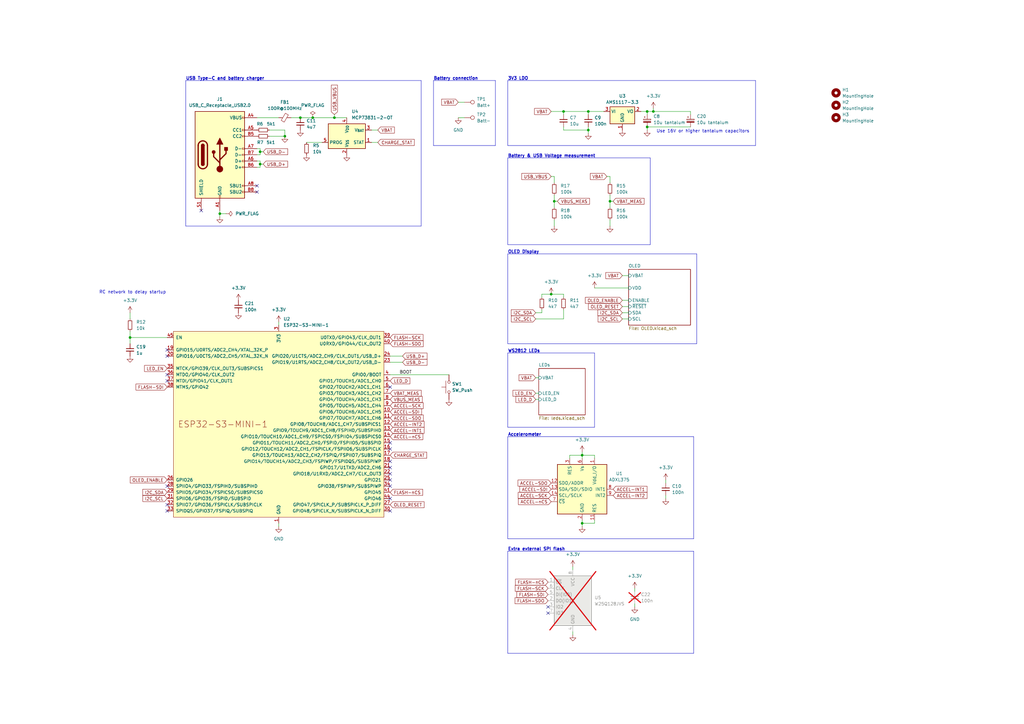
<source format=kicad_sch>
(kicad_sch (version 20230121) (generator eeschema)
  (paper "A3")
  (lib_symbols
    (symbol "Battery_Management:MCP73831-2-OT"
      (property "Reference" "U" (at -7.62 6.35 0))
      (property "Value" "MCP73831-2-OT" (at 1.27 6.35 0))
      (symbol "MCP73831-2-OT_0_1"
        (rectangle (start -7.62 5.08) (end 7.62 -5.08) (stroke (width 0.254)) (fill (type background)))
      )
      (symbol "MCP73831-2-OT_1_1"
        (pin output line (at 10.16 -2.54 180) (length 2.54) (name "STAT") (number "1"))
        (pin power_in line (at 0 -7.62 90) (length 2.54) (name "V_{SS}") (number "2"))
        (pin power_out line (at 10.16 2.54 180) (length 2.54) (name "V_{BAT}") (number "3"))
        (pin power_in line (at 0 7.62 270) (length 2.54) (name "V_{DD}") (number "4"))
        (pin input line (at -10.16 -2.54 0) (length 2.54) (name "PROG") (number "5"))
      )
    )
    (symbol "Connector:TestPoint" (pin_numbers hide) (pin_names (offset 0.762) hide)
      (property "Reference" "TP" (at 0 6.858 0))
      (property "Value" "TestPoint" (at 0 5.08 0))
      (symbol "TestPoint_0_1"
        (circle (center 0 3.302) (radius 0.762))
      )
      (symbol "TestPoint_1_1"
        (pin passive line (at 0 0 90) (length 2.54) (name "1") (number "1"))
      )
    )
    (symbol "Connector:USB_C_Receptacle_USB2.0" (pin_names (offset 1.016))
      (property "Reference" "J" (at -10.16 19.05 0))
      (property "Value" "USB_C_Receptacle_USB2.0" (at 19.05 19.05 0))
      (symbol "USB_C_Receptacle_USB2.0_0_0"
        (rectangle (start -0.254 -17.78) (end 0.254 -16.764))
        (rectangle (start 10.16 -14.986) (end 9.144 -15.494))
        (rectangle (start 10.16 -12.446) (end 9.144 -12.954))
        (rectangle (start 10.16 -4.826) (end 9.144 -5.334))
        (rectangle (start 10.16 -2.286) (end 9.144 -2.794))
        (rectangle (start 10.16 0.254) (end 9.144 -0.254))
        (rectangle (start 10.16 2.794) (end 9.144 2.286))
        (rectangle (start 10.16 7.874) (end 9.144 7.366))
        (rectangle (start 10.16 10.414) (end 9.144 9.906))
        (rectangle (start 10.16 15.494) (end 9.144 14.986))
      )
      (symbol "USB_C_Receptacle_USB2.0_0_1"
        (rectangle (start -10.16 17.78) (end 10.16 -17.78) (stroke (width 0.254)) (fill (type background)))
        (arc (start -8.89 -3.81) (mid -6.985 -5.7067) (end -5.08 -3.81) (stroke (width 0.508)))
        (arc (start -7.62 -3.81) (mid -6.985 -4.4423) (end -6.35 -3.81) (stroke (width 0.254)))
        (arc (start -7.62 -3.81) (mid -6.985 -4.4423) (end -6.35 -3.81) (stroke (width 0.254)) (fill (type outline)))
        (rectangle (start -7.62 -3.81) (end -6.35 3.81) (stroke (width 0.254)) (fill (type outline)))
        (arc (start -6.35 3.81) (mid -6.985 4.4423) (end -7.62 3.81) (stroke (width 0.254)))
        (arc (start -6.35 3.81) (mid -6.985 4.4423) (end -7.62 3.81) (stroke (width 0.254)) (fill (type outline)))
        (arc (start -5.08 3.81) (mid -6.985 5.7067) (end -8.89 3.81) (stroke (width 0.508)))
        (circle (center -2.54 1.143) (radius 0.635) (stroke (width 0.254)) (fill (type outline)))
        (circle (center 0 -5.842) (radius 1.27) (fill (type outline)))
        (polyline (pts (xy -8.89 -3.81) (xy -8.89 3.81)) (stroke (width 0.508)))
        (polyline (pts (xy -5.08 3.81) (xy -5.08 -3.81)) (stroke (width 0.508)))
        (polyline (pts (xy 0 -5.842) (xy 0 4.318)) (stroke (width 0.508)))
        (polyline (pts (xy 0 -3.302) (xy -2.54 -0.762) (xy -2.54 0.508)) (stroke (width 0.508)))
        (polyline (pts (xy 0 -2.032) (xy 2.54 0.508) (xy 2.54 1.778)) (stroke (width 0.508)))
        (polyline (pts (xy -1.27 4.318) (xy 0 6.858) (xy 1.27 4.318) (xy -1.27 4.318)) (stroke (width 0.254)) (fill (type outline)))
        (rectangle (start 1.905 1.778) (end 3.175 3.048) (stroke (width 0.254)) (fill (type outline)))
      )
      (symbol "USB_C_Receptacle_USB2.0_1_1"
        (pin passive line (at 0 -22.86 90) (length 5.08) (name "GND") (number "A1"))
        (pin passive line (at 0 -22.86 90) (length 5.08) hide (name "GND") (number "A12"))
        (pin passive line (at 15.24 15.24 180) (length 5.08) (name "VBUS") (number "A4"))
        (pin bidirectional line (at 15.24 10.16 180) (length 5.08) (name "CC1") (number "A5"))
        (pin bidirectional line (at 15.24 -2.54 180) (length 5.08) (name "D+") (number "A6"))
        (pin bidirectional line (at 15.24 2.54 180) (length 5.08) (name "D-") (number "A7"))
        (pin bidirectional line (at 15.24 -12.7 180) (length 5.08) (name "SBU1") (number "A8"))
        (pin passive line (at 15.24 15.24 180) (length 5.08) hide (name "VBUS") (number "A9"))
        (pin passive line (at 0 -22.86 90) (length 5.08) hide (name "GND") (number "B1"))
        (pin passive line (at 0 -22.86 90) (length 5.08) hide (name "GND") (number "B12"))
        (pin passive line (at 15.24 15.24 180) (length 5.08) hide (name "VBUS") (number "B4"))
        (pin bidirectional line (at 15.24 7.62 180) (length 5.08) (name "CC2") (number "B5"))
        (pin bidirectional line (at 15.24 -5.08 180) (length 5.08) (name "D+") (number "B6"))
        (pin bidirectional line (at 15.24 0 180) (length 5.08) (name "D-") (number "B7"))
        (pin bidirectional line (at 15.24 -15.24 180) (length 5.08) (name "SBU2") (number "B8"))
        (pin passive line (at 15.24 15.24 180) (length 5.08) hide (name "VBUS") (number "B9"))
        (pin passive line (at -7.62 -22.86 90) (length 5.08) (name "SHIELD") (number "S1"))
      )
    )
    (symbol "Device:C_Polarized_Small" (pin_numbers hide) (pin_names (offset 0.254) hide)
      (property "Reference" "C" (at 0.254 1.778 0))
      (property "Value" "C_Polarized_Small" (at 0.254 -2.032 0))
      (symbol "C_Polarized_Small_0_1"
        (rectangle (start -1.524 -0.3048) (end 1.524 -0.6858) (fill (type outline)))
        (rectangle (start -1.524 0.6858) (end 1.524 0.3048))
        (polyline (pts (xy -1.27 1.524) (xy -0.762 1.524)))
        (polyline (pts (xy -1.016 1.27) (xy -1.016 1.778)))
      )
      (symbol "C_Polarized_Small_1_1"
        (pin passive line (at 0 2.54 270) (length 1.8542) (name "~") (number "1"))
        (pin passive line (at 0 -2.54 90) (length 1.8542) (name "~") (number "2"))
      )
    )
    (symbol "Device:C_Small" (pin_numbers hide) (pin_names (offset 0.254) hide)
      (property "Reference" "C" (at 0.254 1.778 0))
      (property "Value" "C_Small" (at 0.254 -2.032 0))
      (symbol "C_Small_0_1"
        (polyline (pts (xy -1.524 -0.508) (xy 1.524 -0.508)) (stroke (width 0.3302)))
        (polyline (pts (xy -1.524 0.508) (xy 1.524 0.508)) (stroke (width 0.3048)))
      )
      (symbol "C_Small_1_1"
        (pin passive line (at 0 2.54 270) (length 2.032) (name "~") (number "1"))
        (pin passive line (at 0 -2.54 90) (length 2.032) (name "~") (number "2"))
      )
    )
    (symbol "Device:FerriteBead_Small" (pin_numbers hide) (pin_names (offset 0))
      (property "Reference" "FB" (at 1.905 1.27 0))
      (property "Value" "FerriteBead_Small" (at 1.905 -1.27 0))
      (symbol "FerriteBead_Small_0_1"
        (polyline (pts (xy 0 -1.27) (xy 0 -0.7874)))
        (polyline (pts (xy 0 0.889) (xy 0 1.2954)))
        (polyline (pts (xy -1.8288 0.2794) (xy -1.1176 1.4986) (xy 1.8288 -0.2032) (xy 1.1176 -1.4224) (xy -1.8288 0.2794)))
      )
      (symbol "FerriteBead_Small_1_1"
        (pin passive line (at 0 2.54 270) (length 1.27) (name "~") (number "1"))
        (pin passive line (at 0 -2.54 90) (length 1.27) (name "~") (number "2"))
      )
    )
    (symbol "Device:R_Small" (pin_numbers hide) (pin_names (offset 0.254) hide)
      (property "Reference" "R" (at 0.762 0.508 0))
      (property "Value" "R_Small" (at 0.762 -1.016 0))
      (symbol "R_Small_0_1"
        (rectangle (start -0.762 1.778) (end 0.762 -1.778) (stroke (width 0.2032)))
      )
      (symbol "R_Small_1_1"
        (pin passive line (at 0 2.54 270) (length 0.762) (name "~") (number "1"))
        (pin passive line (at 0 -2.54 90) (length 0.762) (name "~") (number "2"))
      )
    )
    (symbol "Espressif:ESP32-S3-MINI-1" (pin_names (offset 1.016))
      (property "Reference" "U" (at -43.18 43.18 0))
      (property "Value" "ESP32-S3-MINI-1" (at -43.18 40.64 0))
      (symbol "ESP32-S3-MINI-1_0_0"
        (text "ESP32-S3-MINI-1" (at -22.86 0 0) (effects (font (size 2.54 2.54))))
        (pin power_in line (at 0 -40.64 90) (length 2.54) (name "GND") (number "1"))
        (pin bidirectional line (at 45.72 5.08 180) (length 2.54) (name "GPIO6/TOUCH6/ADC1_CH5") (number "10"))
        (pin bidirectional line (at 45.72 2.54 180) (length 2.54) (name "GPIO7/TOUCH7/ADC1_CH6") (number "11"))
        (pin bidirectional line (at 45.72 0 180) (length 2.54) (name "GPIO8/TOUCH8/ADC1_CH7/SUBSPICS1") (number "12"))
        (pin bidirectional line (at 45.72 -2.54 180) (length 2.54) (name "GPIO9/TOUCH9/ADC1_CH8/FSPIHD/SUBSPIHD") (number "13"))
        (pin bidirectional line (at 45.72 -5.08 180) (length 2.54) (name "GPIO10/TOUCH10/ADC1_CH9/FSPICS0/FSPIIO4/SUBSPICS0") (number "14"))
        (pin bidirectional line (at 45.72 -7.62 180) (length 2.54) (name "GPIO11/TOUCH11/ADC2_CH0/FSPID/FSPIIO5/SUBSPID") (number "15"))
        (pin bidirectional line (at 45.72 -10.16 180) (length 2.54) (name "GPIO12/TOUCH12/ADC2_CH1/FSPICLK/FSPIIO6/SUBSPICLK") (number "16"))
        (pin bidirectional line (at 45.72 -12.7 180) (length 2.54) (name "GPIO13/TOUCH13/ADC2_CH2/FSPIQ/FSPIIO7/SUBSPIQ") (number "17"))
        (pin bidirectional line (at 45.72 -15.24 180) (length 2.54) (name "GPIO14/TOUCH14/ADC2_CH3/FSPIWP/FSPIDQS/SUBSPIWP") (number "18"))
        (pin bidirectional line (at -45.72 30.48 0) (length 2.54) (name "GPIO15/U0RTS/ADC2_CH4/XTAL_32K_P") (number "19"))
        (pin passive line (at 0 -40.64 90) (length 2.54) hide (name "GND") (number "2"))
        (pin bidirectional line (at -45.72 27.94 0) (length 2.54) (name "GPIO16/U0CTS/ADC2_CH5/XTAL_32K_N") (number "20"))
        (pin bidirectional line (at 45.72 -17.78 180) (length 2.54) (name "GPIO17/U1TXD/ADC2_CH6") (number "21"))
        (pin bidirectional line (at 45.72 -20.32 180) (length 2.54) (name "GPIO18/U1RXD/ADC2_CH7/CLK_OUT3") (number "22"))
        (pin bidirectional line (at 45.72 25.4 180) (length 2.54) (name "GPIO19/U1RTS/ADC2_CH8/CLK_OUT2/USB_D-") (number "23"))
        (pin bidirectional line (at 45.72 27.94 180) (length 2.54) (name "GPIO20/U1CTS/ADC2_CH9/CLK_OUT1/USB_D+") (number "24"))
        (pin bidirectional line (at 45.72 -22.86 180) (length 2.54) (name "GPIO21") (number "25"))
        (pin bidirectional line (at -45.72 -22.86 0) (length 2.54) (name "GPIO26") (number "26"))
        (pin bidirectional line (at 45.72 -33.02 180) (length 2.54) (name "GPIO47/SPICLK_P/SUBSPICLK_P_DIFF") (number "27"))
        (pin bidirectional line (at -45.72 -25.4 0) (length 2.54) (name "SPIIO4/GPIO33/FSPIHD/SUBSPIHD") (number "28"))
        (pin bidirectional line (at -45.72 -27.94 0) (length 2.54) (name "SPIIO5/GPIO34/FSPICS0/SUBSPICS0") (number "29"))
        (pin power_in line (at 0 40.64 270) (length 2.54) (name "3V3") (number "3"))
        (pin bidirectional line (at 45.72 -35.56 180) (length 2.54) (name "GPIO48/SPICLK_N/SUBSPICLK_N_DIFF") (number "30"))
        (pin bidirectional line (at -45.72 -30.48 0) (length 2.54) (name "SPIIO6/GPIO35/FSPID/SUBSPID") (number "31"))
        (pin bidirectional line (at -45.72 -33.02 0) (length 2.54) (name "SPIIO7/GPIO36/FSPICLK/SUBSPICLK") (number "32"))
        (pin bidirectional line (at -45.72 -35.56 0) (length 2.54) (name "SPIDQS/GPIO37/FSPIQ/SUBSPIQ") (number "33"))
        (pin bidirectional line (at 45.72 -25.4 180) (length 2.54) (name "GPIO38/FSPIWP/SUBSPIWP") (number "34"))
        (pin bidirectional line (at -45.72 22.86 0) (length 2.54) (name "MTCK/GPIO39/CLK_OUT3/SUBSPICS1") (number "35"))
        (pin bidirectional line (at -45.72 20.32 0) (length 2.54) (name "MTDO/GPIO40/CLK_OUT2") (number "36"))
        (pin bidirectional line (at -45.72 17.78 0) (length 2.54) (name "MTDI/GPIO41/CLK_OUT1") (number "37"))
        (pin bidirectional line (at -45.72 15.24 0) (length 2.54) (name "MTMS/GPIO42") (number "38"))
        (pin bidirectional line (at 45.72 35.56 180) (length 2.54) (name "U0TXD/GPIO43/CLK_OUT1") (number "39"))
        (pin bidirectional line (at 45.72 20.32 180) (length 2.54) (name "GPIO0/BOOT") (number "4"))
        (pin bidirectional line (at 45.72 33.02 180) (length 2.54) (name "U0RXD/GPIO44/CLK_OUT2") (number "40"))
        (pin bidirectional line (at 45.72 -27.94 180) (length 2.54) (name "GPIO45") (number "41"))
        (pin passive line (at 0 -40.64 90) (length 2.54) hide (name "GND") (number "42"))
        (pin passive line (at 0 -40.64 90) (length 2.54) hide (name "GND") (number "43"))
        (pin bidirectional line (at 45.72 -30.48 180) (length 2.54) (name "GPIO46") (number "44"))
        (pin input line (at -45.72 35.56 0) (length 2.54) (name "EN") (number "45"))
        (pin passive line (at 0 -40.64 90) (length 2.54) hide (name "GND") (number "46"))
        (pin passive line (at 0 -40.64 90) (length 2.54) hide (name "GND") (number "47"))
        (pin passive line (at 0 -40.64 90) (length 2.54) hide (name "GND") (number "48"))
        (pin passive line (at 0 -40.64 90) (length 2.54) hide (name "GND") (number "49"))
        (pin bidirectional line (at 45.72 17.78 180) (length 2.54) (name "GPIO1/TOUCH1/ADC1_CH0") (number "5"))
        (pin passive line (at 0 -40.64 90) (length 2.54) hide (name "GND") (number "50"))
        (pin passive line (at 0 -40.64 90) (length 2.54) hide (name "GND") (number "51"))
        (pin passive line (at 0 -40.64 90) (length 2.54) hide (name "GND") (number "52"))
        (pin passive line (at 0 -40.64 90) (length 2.54) hide (name "GND") (number "53"))
        (pin passive line (at 0 -40.64 90) (length 2.54) hide (name "GND") (number "54"))
        (pin passive line (at 0 -40.64 90) (length 2.54) hide (name "GND") (number "55"))
        (pin passive line (at 0 -40.64 90) (length 2.54) hide (name "GND") (number "56"))
        (pin passive line (at 0 -40.64 90) (length 2.54) hide (name "GND") (number "57"))
        (pin passive line (at 0 -40.64 90) (length 2.54) hide (name "GND") (number "58"))
        (pin passive line (at 0 -40.64 90) (length 2.54) hide (name "GND") (number "59"))
        (pin bidirectional line (at 45.72 15.24 180) (length 2.54) (name "GPIO2/TOUCH2/ADC1_CH1") (number "6"))
        (pin passive line (at 0 -40.64 90) (length 2.54) hide (name "GND") (number "60"))
        (pin passive line (at 0 -40.64 90) (length 2.54) hide (name "GND") (number "61"))
        (pin passive line (at 0 -40.64 90) (length 2.54) hide (name "GND") (number "62"))
        (pin passive line (at 0 -40.64 90) (length 2.54) hide (name "GND") (number "63"))
        (pin passive line (at 0 -40.64 90) (length 2.54) hide (name "GND") (number "64"))
        (pin passive line (at 0 -40.64 90) (length 2.54) hide (name "GND") (number "65"))
        (pin bidirectional line (at 45.72 12.7 180) (length 2.54) (name "GPIO3/TOUCH3/ADC1_CH2") (number "7"))
        (pin bidirectional line (at 45.72 10.16 180) (length 2.54) (name "GPIO4/TOUCH4/ADC1_CH3") (number "8"))
        (pin bidirectional line (at 45.72 7.62 180) (length 2.54) (name "GPIO5/TOUCH5/ADC1_CH4") (number "9"))
      )
      (symbol "ESP32-S3-MINI-1_0_1"
        (rectangle (start -43.18 38.1) (end 43.18 -38.1) (fill (type background)))
      )
    )
    (symbol "Mechanical:MountingHole" (pin_names (offset 1.016))
      (property "Reference" "H" (at 0 5.08 0))
      (property "Value" "MountingHole" (at 0 3.175 0))
      (symbol "MountingHole_0_1"
        (circle (center 0 0) (radius 1.27) (stroke (width 1.27)))
      )
    )
    (symbol "Memory_Flash:W25Q128JVS"
      (property "Reference" "U" (at -8.89 8.89 0))
      (property "Value" "W25Q128JVS" (at 7.62 8.89 0))
      (symbol "W25Q128JVS_0_1"
        (rectangle (start -7.62 10.16) (end 7.62 -10.16) (stroke (width 0.254)) (fill (type background)))
      )
      (symbol "W25Q128JVS_1_1"
        (pin input line (at -10.16 7.62 0) (length 2.54) (name "~{CS}") (number "1"))
        (pin bidirectional line (at -10.16 0 0) (length 2.54) (name "DO(IO1)") (number "2"))
        (pin bidirectional line (at -10.16 -2.54 0) (length 2.54) (name "IO2") (number "3"))
        (pin power_in line (at 0 -12.7 90) (length 2.54) (name "GND") (number "4"))
        (pin bidirectional line (at -10.16 2.54 0) (length 2.54) (name "DI(IO0)") (number "5"))
        (pin input line (at -10.16 5.08 0) (length 2.54) (name "CLK") (number "6"))
        (pin bidirectional line (at -10.16 -5.08 0) (length 2.54) (name "IO3") (number "7"))
        (pin power_in line (at 0 12.7 270) (length 2.54) (name "VCC") (number "8"))
      )
    )
    (symbol "Regulator_Linear:AMS1117-3.3"
      (property "Reference" "U" (at -3.81 3.175 0))
      (property "Value" "AMS1117-3.3" (at 0 3.175 0))
      (symbol "AMS1117-3.3_0_1"
        (rectangle (start -5.08 -5.08) (end 5.08 1.905) (stroke (width 0.254)) (fill (type background)))
      )
      (symbol "AMS1117-3.3_1_1"
        (pin power_in line (at 0 -7.62 90) (length 2.54) (name "GND") (number "1"))
        (pin power_out line (at 7.62 0 180) (length 2.54) (name "VO") (number "2"))
        (pin power_in line (at -7.62 0 0) (length 2.54) (name "VI") (number "3"))
      )
    )
    (symbol "Sensor_Motion:ADXL343"
      (property "Reference" "U" (at -8.89 11.43 0))
      (property "Value" "ADXL343" (at -7.62 -11.43 0))
      (symbol "ADXL343_0_1"
        (rectangle (start -10.16 10.16) (end 10.16 -10.16) (stroke (width 0.254)) (fill (type background)))
      )
      (symbol "ADXL343_1_1"
        (pin power_in line (at 5.08 12.7 270) (length 2.54) (name "Vdd_I/O") (number "1"))
        (pin no_connect line (at -5.08 -10.16 90) (length 2.54) hide (name "NC") (number "10"))
        (pin passive line (at 5.08 -12.7 90) (length 2.54) (name "RES") (number "11"))
        (pin bidirectional line (at -12.7 2.54 0) (length 2.54) (name "SDO/ADDR") (number "12"))
        (pin bidirectional line (at -12.7 0 0) (length 2.54) (name "SDA/SDI/SDIO") (number "13"))
        (pin input line (at -12.7 -2.54 0) (length 2.54) (name "SCL/SCLK") (number "14"))
        (pin power_in line (at 0 -12.7 90) (length 2.54) (name "GND") (number "2"))
        (pin passive line (at -5.08 12.7 270) (length 2.54) (name "RES") (number "3"))
        (pin passive line (at 0 -12.7 90) (length 2.54) hide (name "GND") (number "4"))
        (pin passive line (at 0 -12.7 90) (length 2.54) hide (name "GND") (number "5"))
        (pin power_in line (at 0 12.7 270) (length 2.54) (name "Vs") (number "6"))
        (pin input line (at -12.7 -5.08 0) (length 2.54) (name "~{CS}") (number "7"))
        (pin output line (at 12.7 0 180) (length 2.54) (name "INT1") (number "8"))
        (pin output line (at 12.7 -2.54 180) (length 2.54) (name "INT2") (number "9"))
      )
    )
    (symbol "Switch:SW_Push" (pin_numbers hide) (pin_names (offset 1.016) hide)
      (property "Reference" "SW" (at 1.27 2.54 0))
      (property "Value" "SW_Push" (at 0 -1.524 0))
      (symbol "SW_Push_0_1"
        (circle (center -2.032 0) (radius 0.508))
        (polyline (pts (xy 0 1.27) (xy 0 3.048)))
        (polyline (pts (xy 2.54 1.27) (xy -2.54 1.27)))
        (circle (center 2.032 0) (radius 0.508))
        (pin passive line (at -5.08 0 0) (length 2.54) (name "1") (number "1"))
        (pin passive line (at 5.08 0 180) (length 2.54) (name "2") (number "2"))
      )
    )
    (symbol "power:+3.3V" (power) (pin_names (offset 0))
      (property "Value" "+3.3V" (at 0 3.556 0))
      (symbol "+3.3V_0_1"
        (polyline (pts (xy -0.762 1.27) (xy 0 2.54)))
        (polyline (pts (xy 0 0) (xy 0 2.54)))
        (polyline (pts (xy 0 2.54) (xy 0.762 1.27)))
      )
      (symbol "+3.3V_1_1"
        (pin power_in line (at 0 0 90) (length 0) hide (name "+3.3V") (number "1"))
      )
    )
    (symbol "power:GND" (power) (pin_names (offset 0))
      (property "Value" "GND" (at 0 -3.81 0))
      (symbol "GND_0_1"
        (polyline (pts (xy 0 0) (xy 0 -1.27) (xy 1.27 -1.27) (xy 0 -2.54) (xy -1.27 -1.27) (xy 0 -1.27)))
      )
      (symbol "GND_1_1"
        (pin power_in line (at 0 0 270) (length 0) hide (name "GND") (number "1"))
      )
    )
    (symbol "power:PWR_FLAG" (power) (pin_numbers hide) (pin_names (offset 0) hide)
      (property "Value" "PWR_FLAG" (at 0 3.81 0))
      (symbol "PWR_FLAG_0_0"
        (pin power_out line (at 0 0 90) (length 0) (name "pwr") (number "1"))
      )
      (symbol "PWR_FLAG_0_1"
        (polyline (pts (xy 0 0) (xy 0 1.27) (xy -1.016 1.905) (xy 0 2.54) (xy 1.016 1.905) (xy 0 1.27)))
      )
    )
  )
  (junction (at 241.3 45.72))
  (junction (at 231.14 45.72))
  (junction (at 241.3 53.34))
  (junction (at 106.68 67.31))
  (junction (at 250.19 82.55))
  (junction (at 267.97 45.72))
  (junction (at 53.34 138.43))
  (junction (at 265.43 45.72))
  (junction (at 238.76 214.63))
  (junction (at 238.76 186.69))
  (junction (at 128.27 48.26))
  (junction (at 123.19 48.26))
  (junction (at 116.84 55.88))
  (junction (at 137.16 48.26))
  (junction (at 226.06 120.65))
  (junction (at 227.33 82.55))
  (junction (at 106.68 62.23))
  (junction (at 90.17 87.63))
  (junction (at 265.43 52.07))
  (no_connect (at 82.55 86.36))
  (no_connect (at 160.02 189.23))
  (no_connect (at 105.41 76.2))
  (no_connect (at 68.58 209.55))
  (no_connect (at 160.02 194.31))
  (no_connect (at 160.02 191.77))
  (no_connect (at 160.02 204.47))
  (no_connect (at 68.58 207.01))
  (no_connect (at 160.02 158.75))
  (no_connect (at 160.02 184.15))
  (no_connect (at 68.58 153.67))
  (no_connect (at 160.02 181.61))
  (no_connect (at 224.79 251.46))
  (no_connect (at 160.02 209.55))
  (no_connect (at 160.02 196.85))
  (no_connect (at 224.79 248.92))
  (no_connect (at 105.41 78.74))
  (no_connect (at 68.58 156.21))
  (no_connect (at 68.58 146.05))
  (no_connect (at 68.58 143.51))
  (no_connect (at 160.02 199.39))
  (no_connect (at 68.58 199.39))
  (wire (pts (xy 160.02 146.05) (xy 165.1 146.05)))
  (polyline (pts (xy 243.84 175.26) (xy 208.28 175.26)))
  (wire (pts (xy 233.68 186.69) (xy 233.68 187.96)))
  (polyline (pts (xy 208.28 144.78) (xy 208.28 175.26)))
  (polyline (pts (xy 284.48 179.07) (xy 284.48 220.98)))
  (polyline (pts (xy 208.28 64.77) (xy 266.7 64.77)))
  (wire (pts (xy 106.68 66.04) (xy 105.41 66.04)))
  (wire (pts (xy 227.33 82.55) (xy 227.33 85.09)))
  (wire (pts (xy 238.76 186.69) (xy 238.76 185.42)))
  (wire (pts (xy 227.33 80.01) (xy 227.33 82.55)))
  (wire (pts (xy 106.68 68.58) (xy 106.68 67.31)))
  (polyline (pts (xy 208.28 144.78) (xy 243.84 144.78)))
  (polyline (pts (xy 285.75 140.97) (xy 208.28 140.97)))
  (wire (pts (xy 241.3 45.72) (xy 241.3 46.99)))
  (wire (pts (xy 110.49 55.88) (xy 116.84 55.88)))
  (wire (pts (xy 222.25 128.27) (xy 219.71 128.27)))
  (polyline (pts (xy 266.7 64.77) (xy 266.7 100.33)))
  (wire (pts (xy 250.19 72.39) (xy 250.19 74.93)))
  (polyline (pts (xy 76.2 33.02) (xy 76.2 92.71)))
  (wire (pts (xy 243.84 118.11) (xy 257.81 118.11)))
  (polyline (pts (xy 208.28 179.07) (xy 284.48 179.07)))
  (wire (pts (xy 233.68 186.69) (xy 238.76 186.69)))
  (wire (pts (xy 231.14 45.72) (xy 226.06 45.72)))
  (polyline (pts (xy 208.28 33.02) (xy 309.88 33.02)))
  (wire (pts (xy 106.68 63.5) (xy 106.68 62.23)))
  (wire (pts (xy 90.17 87.63) (xy 92.71 87.63)))
  (wire (pts (xy 231.14 120.65) (xy 226.06 120.65)))
  (polyline (pts (xy 243.84 144.78) (xy 243.84 175.26)))
  (wire (pts (xy 160.02 153.67) (xy 184.15 153.67)))
  (wire (pts (xy 137.16 48.26) (xy 142.24 48.26)))
  (wire (pts (xy 222.25 127) (xy 222.25 128.27)))
  (wire (pts (xy 107.95 62.23) (xy 106.68 62.23)))
  (wire (pts (xy 231.14 46.99) (xy 231.14 45.72)))
  (wire (pts (xy 250.19 80.01) (xy 250.19 82.55)))
  (wire (pts (xy 110.49 53.34) (xy 116.84 53.34)))
  (wire (pts (xy 116.84 53.34) (xy 116.84 55.88)))
  (wire (pts (xy 231.14 127) (xy 231.14 130.81)))
  (wire (pts (xy 255.27 128.27) (xy 257.81 128.27)))
  (wire (pts (xy 105.41 68.58) (xy 106.68 68.58)))
  (wire (pts (xy 243.84 186.69) (xy 243.84 187.96)))
  (polyline (pts (xy 172.72 33.02) (xy 172.72 92.71)))
  (wire (pts (xy 273.05 196.85) (xy 273.05 198.12)))
  (polyline (pts (xy 309.88 33.02) (xy 309.88 59.69)))
  (wire (pts (xy 219.71 161.29) (xy 220.98 161.29)))
  (polyline (pts (xy 208.28 64.77) (xy 208.28 100.33)))
  (wire (pts (xy 114.3 214.63) (xy 114.3 215.9)))
  (wire (pts (xy 227.33 92.71) (xy 227.33 90.17)))
  (wire (pts (xy 234.95 259.08) (xy 234.95 260.35)))
  (wire (pts (xy 226.06 120.65) (xy 222.25 120.65)))
  (wire (pts (xy 241.3 45.72) (xy 247.65 45.72)))
  (wire (pts (xy 53.34 138.43) (xy 53.34 140.97)))
  (wire (pts (xy 238.76 186.69) (xy 238.76 187.96)))
  (wire (pts (xy 53.34 130.81) (xy 53.34 128.27)))
  (wire (pts (xy 255.27 125.73) (xy 257.81 125.73)))
  (polyline (pts (xy 208.28 226.06) (xy 284.48 226.06)))
  (polyline (pts (xy 309.88 59.69) (xy 208.28 59.69)))
  (polyline (pts (xy 284.48 220.98) (xy 208.28 220.98)))
  (wire (pts (xy 255.27 130.81) (xy 257.81 130.81)))
  (wire (pts (xy 106.68 62.23) (xy 106.68 60.96)))
  (wire (pts (xy 106.68 60.96) (xy 105.41 60.96)))
  (wire (pts (xy 160.02 148.59) (xy 165.1 148.59)))
  (polyline (pts (xy 284.48 267.97) (xy 208.28 267.97)))
  (wire (pts (xy 105.41 63.5) (xy 106.68 63.5)))
  (wire (pts (xy 219.71 130.81) (xy 231.14 130.81)))
  (wire (pts (xy 154.94 58.42) (xy 152.4 58.42)))
  (polyline (pts (xy 172.72 92.71) (xy 76.2 92.71)))
  (wire (pts (xy 238.76 186.69) (xy 243.84 186.69)))
  (wire (pts (xy 53.34 138.43) (xy 68.58 138.43)))
  (wire (pts (xy 243.84 214.63) (xy 238.76 214.63)))
  (polyline (pts (xy 203.2 59.69) (xy 177.8 59.69)))
  (wire (pts (xy 238.76 215.9) (xy 238.76 214.63)))
  (polyline (pts (xy 266.7 100.33) (xy 208.28 100.33)))
  (wire (pts (xy 255.27 113.03) (xy 257.81 113.03)))
  (wire (pts (xy 128.27 48.26) (xy 137.16 48.26)))
  (wire (pts (xy 152.4 53.34) (xy 154.94 53.34)))
  (wire (pts (xy 187.96 41.91) (xy 190.5 41.91)))
  (wire (pts (xy 226.06 72.39) (xy 227.33 72.39)))
  (wire (pts (xy 267.97 44.45) (xy 267.97 45.72)))
  (wire (pts (xy 241.3 53.34) (xy 241.3 54.61)))
  (wire (pts (xy 53.34 135.89) (xy 53.34 138.43)))
  (polyline (pts (xy 203.2 33.02) (xy 203.2 59.69)))
  (wire (pts (xy 262.89 45.72) (xy 265.43 45.72)))
  (wire (pts (xy 241.3 53.34) (xy 231.14 53.34)))
  (wire (pts (xy 260.35 241.3) (xy 260.35 242.57)))
  (wire (pts (xy 241.3 52.07) (xy 241.3 53.34)))
  (wire (pts (xy 283.21 46.99) (xy 283.21 45.72)))
  (wire (pts (xy 265.43 52.07) (xy 265.43 53.34)))
  (polyline (pts (xy 177.8 33.02) (xy 177.8 59.69)))
  (polyline (pts (xy 177.8 33.02) (xy 203.2 33.02)))
  (polyline (pts (xy 208.28 33.02) (xy 208.28 59.69)))
  (wire (pts (xy 267.97 45.72) (xy 265.43 45.72)))
  (wire (pts (xy 227.33 72.39) (xy 227.33 74.93)))
  (wire (pts (xy 219.71 163.83) (xy 220.98 163.83)))
  (wire (pts (xy 250.19 82.55) (xy 250.19 85.09)))
  (wire (pts (xy 119.38 48.26) (xy 123.19 48.26)))
  (polyline (pts (xy 208.28 104.14) (xy 208.28 140.97)))
  (polyline (pts (xy 285.75 104.14) (xy 285.75 140.97)))
  (polyline (pts (xy 76.2 33.02) (xy 172.72 33.02)))
  (wire (pts (xy 283.21 45.72) (xy 267.97 45.72)))
  (polyline (pts (xy 208.28 179.07) (xy 208.28 220.98)))
  (wire (pts (xy 231.14 45.72) (xy 241.3 45.72)))
  (wire (pts (xy 105.41 48.26) (xy 114.3 48.26)))
  (wire (pts (xy 243.84 213.36) (xy 243.84 214.63)))
  (wire (pts (xy 106.68 67.31) (xy 106.68 66.04)))
  (wire (pts (xy 137.16 46.99) (xy 137.16 48.26)))
  (wire (pts (xy 90.17 86.36) (xy 90.17 87.63)))
  (wire (pts (xy 222.25 120.65) (xy 222.25 121.92)))
  (wire (pts (xy 273.05 203.2) (xy 273.05 204.47)))
  (wire (pts (xy 250.19 82.55) (xy 251.46 82.55)))
  (wire (pts (xy 114.3 132.08) (xy 114.3 133.35)))
  (wire (pts (xy 125.73 58.42) (xy 132.08 58.42)))
  (polyline (pts (xy 208.28 226.06) (xy 208.28 267.97)))
  (wire (pts (xy 187.96 48.26) (xy 190.5 48.26)))
  (wire (pts (xy 260.35 247.65) (xy 260.35 248.92)))
  (wire (pts (xy 248.92 72.39) (xy 250.19 72.39)))
  (wire (pts (xy 238.76 213.36) (xy 238.76 214.63)))
  (wire (pts (xy 90.17 88.9) (xy 90.17 87.63)))
  (wire (pts (xy 234.95 232.41) (xy 234.95 233.68)))
  (wire (pts (xy 231.14 53.34) (xy 231.14 52.07)))
  (wire (pts (xy 250.19 92.71) (xy 250.19 90.17)))
  (wire (pts (xy 123.19 48.26) (xy 128.27 48.26)))
  (wire (pts (xy 107.95 67.31) (xy 106.68 67.31)))
  (wire (pts (xy 227.33 82.55) (xy 228.6 82.55)))
  (wire (pts (xy 265.43 52.07) (xy 283.21 52.07)))
  (wire (pts (xy 219.71 154.94) (xy 220.98 154.94)))
  (polyline (pts (xy 208.28 104.14) (xy 285.75 104.14)))
  (wire (pts (xy 265.43 46.99) (xy 265.43 45.72)))
  (polyline (pts (xy 284.48 226.06) (xy 284.48 267.97)))
  (wire (pts (xy 255.27 123.19) (xy 257.81 123.19)))
  (wire (pts (xy 231.14 121.92) (xy 231.14 120.65)))
  (text "Battery & USB Voltage measurement" (at 208.28 64.77 0) (effects (font (size 1.27 1.27) (thickness 0.254) bold) (justify left bottom)))
  (text "Use 16V or higher tantalum capacitors" (at 269.24 54.61 0) (effects (font (size 1.27 1.27)) (justify left bottom)))
  (text "3V3 LDO" (at 208.28 33.02 0) (effects (font (size 1.27 1.27) (thickness 0.254) bold) (justify left bottom)))
  (text "USB Type-C and battery charger" (at 76.2 33.02 0) (effects (font (size 1.27 1.27) (thickness 0.254) bold) (justify left bottom)))
  (text "RC network to delay startup" (at 40.64 120.65 0) (effects (font (size 1.27 1.27)) (justify left bottom)))
  (text "Extra external SPI flash" (at 208.28 226.06 0) (effects (font (size 1.27 1.27) (thickness 0.254) bold) (justify left bottom)))
  (text "OLED Display" (at 208.28 104.14 0) (effects (font (size 1.27 1.27) (thickness 0.254) bold) (justify left bottom)))
  (text "WS2812 LEDs" (at 208.28 144.78 0) (effects (font (size 1.27 1.27) (thickness 0.254) bold) (justify left bottom)))
  (text "Accelerometer" (at 208.28 179.07 0) (effects (font (size 1.27 1.27) (thickness 0.254) bold) (justify left bottom)))
  (text "Battery connection" (at 177.8 33.02 0) (effects (font (size 1.27 1.27) (thickness 0.254) bold) (justify left bottom)))
  (label "BOOT" (at 163.83 153.67 0))
  (global_label "LED_D" (shape input) (at 160.02 156.21 0) (property "Intersheetrefs" "${INTERSHEET_REFS}" (effects hide)))
  (global_label "ACCEL-SCK" (shape input) (at 226.06 203.2 180) (property "Intersheetrefs" "${INTERSHEET_REFS}" (effects hide)))
  (global_label "FLASH-nCS" (shape input) (at 160.02 201.93 0) (property "Intersheetrefs" "${INTERSHEET_REFS}" (effects hide)))
  (global_label "ACCEL-nCS" (shape input) (at 226.06 205.74 180) (property "Intersheetrefs" "${INTERSHEET_REFS}" (effects hide)))
  (global_label "VBAT" (shape input) (at 219.71 154.94 180) (property "Intersheetrefs" "${INTERSHEET_REFS}" (effects hide)))
  (global_label "FLASH-SCK" (shape input) (at 160.02 138.43 0) (property "Intersheetrefs" "${INTERSHEET_REFS}" (effects hide)))
  (global_label "VBAT" (shape input) (at 187.96 41.91 180) (property "Intersheetrefs" "${INTERSHEET_REFS}" (effects hide)))
  (global_label "VBAT_MEAS" (shape input) (at 160.02 161.29 0) (property "Intersheetrefs" "${INTERSHEET_REFS}" (effects hide)))
  (global_label "ACCEL-nCS" (shape input) (at 160.02 179.07 0) (property "Intersheetrefs" "${INTERSHEET_REFS}" (effects hide)))
  (global_label "FLASH-SDI" (shape input) (at 224.79 243.84 180) (property "Intersheetrefs" "${INTERSHEET_REFS}" (effects hide)))
  (global_label "VBAT" (shape input) (at 255.27 113.03 180) (property "Intersheetrefs" "${INTERSHEET_REFS}" (effects hide)))
  (global_label "LED_EN" (shape input) (at 68.58 151.13 180) (property "Intersheetrefs" "${INTERSHEET_REFS}" (effects hide)))
  (global_label "I2C_SDA" (shape input) (at 219.71 128.27 180) (property "Intersheetrefs" "${INTERSHEET_REFS}" (effects hide)))
  (global_label "USB_D-" (shape input) (at 107.95 62.23 0) (property "Intersheetrefs" "${INTERSHEET_REFS}" (effects hide)))
  (global_label "FLASH-SDO" (shape input) (at 160.02 140.97 0) (property "Intersheetrefs" "${INTERSHEET_REFS}" (effects hide)))
  (global_label "OLED_ENABLE" (shape input) (at 68.58 196.85 180) (property "Intersheetrefs" "${INTERSHEET_REFS}" (effects hide)))
  (global_label "I2C_SDA" (shape input) (at 255.27 128.27 180) (property "Intersheetrefs" "${INTERSHEET_REFS}" (effects hide)))
  (global_label "LED_EN" (shape input) (at 219.71 161.29 180) (property "Intersheetrefs" "${INTERSHEET_REFS}" (effects hide)))
  (global_label "FLASH-SDI" (shape input) (at 68.58 158.75 180) (property "Intersheetrefs" "${INTERSHEET_REFS}" (effects hide)))
  (global_label "LED_D" (shape input) (at 219.71 163.83 180) (property "Intersheetrefs" "${INTERSHEET_REFS}" (effects hide)))
  (global_label "VBUS_MEAS" (shape input) (at 160.02 163.83 0) (property "Intersheetrefs" "${INTERSHEET_REFS}" (effects hide)))
  (global_label "FLASH-SDO" (shape input) (at 224.79 246.38 180) (property "Intersheetrefs" "${INTERSHEET_REFS}" (effects hide)))
  (global_label "OLED_ENABLE" (shape input) (at 255.27 123.19 180) (property "Intersheetrefs" "${INTERSHEET_REFS}" (effects hide)))
  (global_label "I2C_SCL" (shape input) (at 68.58 204.47 180) (property "Intersheetrefs" "${INTERSHEET_REFS}" (effects hide)))
  (global_label "ACCEL-INT2" (shape input) (at 251.46 203.2 0) (property "Intersheetrefs" "${INTERSHEET_REFS}" (effects hide)))
  (global_label "OLED_RESET" (shape input) (at 160.02 207.01 0) (property "Intersheetrefs" "${INTERSHEET_REFS}" (effects hide)))
  (global_label "VBAT_MEAS" (shape input) (at 251.46 82.55 0) (property "Intersheetrefs" "${INTERSHEET_REFS}" (effects hide)))
  (global_label "USB_D+" (shape input) (at 107.95 67.31 0) (property "Intersheetrefs" "${INTERSHEET_REFS}" (effects hide)))
  (global_label "ACCEL-SDO" (shape input) (at 226.06 198.12 180) (property "Intersheetrefs" "${INTERSHEET_REFS}" (effects hide)))
  (global_label "VBUS_MEAS" (shape input) (at 228.6 82.55 0) (property "Intersheetrefs" "${INTERSHEET_REFS}" (effects hide)))
  (global_label "FLASH-nCS" (shape input) (at 224.79 238.76 180) (property "Intersheetrefs" "${INTERSHEET_REFS}" (effects hide)))
  (global_label "I2C_SDA" (shape input) (at 68.58 201.93 180) (property "Intersheetrefs" "${INTERSHEET_REFS}" (effects hide)))
  (global_label "FLASH-SCK" (shape input) (at 224.79 241.3 180) (property "Intersheetrefs" "${INTERSHEET_REFS}" (effects hide)))
  (global_label "CHARGE_STAT" (shape input) (at 160.02 186.69 0) (property "Intersheetrefs" "${INTERSHEET_REFS}" (effects hide)))
  (global_label "ACCEL-SCK" (shape input) (at 160.02 166.37 0) (property "Intersheetrefs" "${INTERSHEET_REFS}" (effects hide)))
  (global_label "CHARGE_STAT" (shape input) (at 154.94 58.42 0) (property "Intersheetrefs" "${INTERSHEET_REFS}" (effects hide)))
  (global_label "ACCEL-SDI" (shape input) (at 226.06 200.66 180) (property "Intersheetrefs" "${INTERSHEET_REFS}" (effects hide)))
  (global_label "ACCEL-INT1" (shape input) (at 251.46 200.66 0) (property "Intersheetrefs" "${INTERSHEET_REFS}" (effects hide)))
  (global_label "ACCEL-INT1" (shape input) (at 160.02 176.53 0) (property "Intersheetrefs" "${INTERSHEET_REFS}" (effects hide)))
  (global_label "USB_D+" (shape input) (at 165.1 146.05 0) (property "Intersheetrefs" "${INTERSHEET_REFS}" (effects hide)))
  (global_label "USB_VBUS" (shape input) (at 137.16 46.99 90) (property "Intersheetrefs" "${INTERSHEET_REFS}" (effects hide)))
  (global_label "VBAT" (shape input) (at 154.94 53.34 0) (property "Intersheetrefs" "${INTERSHEET_REFS}" (effects hide)))
  (global_label "VBAT" (shape input) (at 226.06 45.72 180) (property "Intersheetrefs" "${INTERSHEET_REFS}" (effects hide)))
  (global_label "OLED_RESET" (shape input) (at 255.27 125.73 180) (property "Intersheetrefs" "${INTERSHEET_REFS}" (effects hide)))
  (global_label "USB_D-" (shape input) (at 165.1 148.59 0) (property "Intersheetrefs" "${INTERSHEET_REFS}" (effects hide)))
  (global_label "ACCEL-INT2" (shape input) (at 160.02 173.99 0) (property "Intersheetrefs" "${INTERSHEET_REFS}" (effects hide)))
  (global_label "VBAT" (shape input) (at 248.92 72.39 180) (property "Intersheetrefs" "${INTERSHEET_REFS}" (effects hide)))
  (global_label "USB_VBUS" (shape input) (at 226.06 72.39 180) (property "Intersheetrefs" "${INTERSHEET_REFS}" (effects hide)))
  (global_label "ACCEL-SDO" (shape input) (at 160.02 171.45 0) (property "Intersheetrefs" "${INTERSHEET_REFS}" (effects hide)))
  (global_label "I2C_SCL" (shape input) (at 255.27 130.81 180) (property "Intersheetrefs" "${INTERSHEET_REFS}" (effects hide)))
  (global_label "I2C_SCL" (shape input) (at 219.71 130.81 180) (property "Intersheetrefs" "${INTERSHEET_REFS}" (effects hide)))
  (global_label "ACCEL-SDI" (shape input) (at 160.02 168.91 0) (property "Intersheetrefs" "${INTERSHEET_REFS}" (effects hide)))
  (symbol (lib_id "power:GND") (at 260.35 248.92 0) (unit 1)
    (property "Reference" "#PWR037" (effects hide))
    (property "Value" "GND" (at 260.35 254 0))
  )
  (symbol (lib_id "Regulator_Linear:AMS1117-3.3") (at 255.27 45.72 0) (unit 1)
    (property "Reference" "U3" (at 255.27 39.37 0))
    (property "Value" "AMS1117-3.3" (at 255.27 41.91 0))
    (property "Footprint" "Package_TO_SOT_SMD:SOT-223-3_TabPin2" (effects hide))
    (property "Datasheet" "http://www.advanced-monolithic.com/pdf/ds1117.pdf" (effects hide))
  )
  (symbol (lib_id "power:GND") (at 255.27 53.34 0) (unit 1)
    (property "Reference" "#PWR08" (effects hide))
    (property "Value" "GND" (effects hide))
  )
  (symbol (lib_id "Device:R_Small") (at 53.34 133.35 0) (unit 1)
    (property "Reference" "R12" (at 55.88 132.08 0) (effects (justify left)))
    (property "Value" "10k" (at 55.88 134.62 0) (effects (justify left)))
    (property "Footprint" "Capacitor_SMD:C_0402_1005Metric" (effects hide))
  )
  (symbol (lib_id "Device:C_Small") (at 123.19 50.8 0) (unit 1)
    (property "Reference" "C11" (at 125.73 49.5363 0) (effects (justify left)))
    (property "Value" "4u7" (at 125.73 52.0763 0) (effects (justify left)))
    (property "Footprint" "Capacitor_SMD:C_0402_1005Metric" (effects hide))
  )
  (symbol (lib_id "power:GND") (at 123.19 53.34 0) (unit 1)
    (property "Reference" "#PWR018" (effects hide))
    (property "Value" "GND" (effects hide))
  )
  (symbol (lib_id "Device:R_Small") (at 227.33 77.47 0) (mirror y) (unit 1)
    (property "Reference" "R17" (at 229.87 76.2 0) (effects (justify right)))
    (property "Value" "100k" (at 229.87 78.74 0) (effects (justify right)))
    (property "Footprint" "Capacitor_SMD:C_0402_1005Metric" (effects hide))
  )
  (symbol (lib_id "power:+3.3V") (at 260.35 241.3 0) (unit 1)
    (property "Reference" "#PWR036" (effects hide))
    (property "Value" "+3.3V" (at 260.35 236.22 0))
  )
  (symbol (lib_id "power:GND") (at 241.3 54.61 0) (unit 1)
    (property "Reference" "#PWR07" (effects hide))
    (property "Value" "GND" (effects hide))
  )
  (symbol (lib_id "Device:R_Small") (at 107.95 55.88 270) (unit 1)
    (property "Reference" "R7" (at 105.41 58.42 90) (effects (justify left)))
    (property "Value" "5k1" (at 109.22 58.42 90) (effects (justify left)))
    (property "Footprint" "Resistor_SMD:R_0402_1005Metric" (effects hide))
    (property "LCSC" "C25905" (effects hide))
  )
  (symbol (lib_id "power:+3.3V") (at 234.95 232.41 0) (unit 1)
    (property "Reference" "#PWR035" (effects hide))
    (property "Value" "+3.3V" (at 234.95 227.33 0))
  )
  (symbol (lib_id "power:+3.3V") (at 226.06 120.65 0) (unit 1)
    (property "Reference" "#PWR027" (effects hide))
    (property "Value" "+3.3V" (at 226.06 115.57 0))
  )
  (symbol (lib_id "Device:R_Small") (at 125.73 60.96 0) (unit 1)
    (property "Reference" "R5" (at 128.27 59.69 0) (effects (justify left)))
    (property "Value" "10k" (at 128.27 62.23 0) (effects (justify left)))
    (property "Footprint" "Capacitor_SMD:C_0402_1005Metric" (effects hide))
  )
  (symbol (lib_id "Mechanical:MountingHole") (at 342.9 43.18 0) (unit 1)
    (property "Reference" "H2" (at 345.44 41.91 0) (effects (justify left)))
    (property "Value" "MountingHole" (at 345.44 44.45 0) (effects (justify left)))
    (property "Footprint" "MountingHole:MountingHole_2.2mm_M2" (effects hide))
  )
  (symbol (lib_id "power:GND") (at 116.84 55.88 0) (mirror y) (unit 1)
    (property "Reference" "#PWR019" (effects hide))
    (property "Value" "GND" (effects hide))
  )
  (symbol (lib_id "power:+3.3V") (at 273.05 196.85 0) (unit 1)
    (property "Reference" "#PWR012" (effects hide))
    (property "Value" "+3.3V" (at 273.05 191.77 0))
  )
  (symbol (lib_id "power:+3.3V") (at 243.84 118.11 0) (unit 1)
    (property "Reference" "#PWR026" (effects hide))
    (property "Value" "+3.3V" (at 243.84 113.03 0))
  )
  (symbol (lib_id "Memory_Flash:W25Q128JVS") (at 234.95 246.38 0) (unit 1) (dnp yes)
    (property "Reference" "U5" (at 243.84 245.11 0) (effects (justify left)))
    (property "Value" "W25Q128JVS" (at 243.84 247.65 0) (effects (justify left)))
    (property "Footprint" "Package_SO:SOIC-8_5.23x5.23mm_P1.27mm" (effects hide))
    (property "Datasheet" "http://www.winbond.com/resource-files/w25q128jv_dtr%20revc%2003272018%20plus.pdf" (effects hide))
  )
  (symbol (lib_id "power:GND") (at 273.05 204.47 0) (unit 1)
    (property "Reference" "#PWR013" (effects hide))
    (property "Value" "GND" (effects hide))
  )
  (symbol (lib_id "Connector:USB_C_Receptacle_USB2.0") (at 90.17 63.5 0) (unit 1)
    (property "Reference" "J1" (at 90.17 40.64 0))
    (property "Value" "USB_C_Receptacle_USB2.0" (at 90.17 43.18 0))
    (property "Footprint" "Connector_USB:USB_C_Receptacle_HRO_TYPE-C-31-M-12" (effects hide))
    (property "Datasheet" "https://www.usb.org/sites/default/files/documents/usb_type-c.zip" (effects hide))
    (property "LCSC" "C165948" (effects hide))
  )
  (symbol (lib_id "power:+3.3V") (at 267.97 44.45 0) (unit 1)
    (property "Reference" "#PWR09" (effects hide))
    (property "Value" "+3.3V" (at 267.97 39.37 0))
  )
  (symbol (lib_id "Device:C_Small") (at 231.14 49.53 0) (unit 1)
    (property "Reference" "C7" (at 233.68 48.2663 0) (effects (justify left)))
    (property "Value" "10u" (at 233.68 50.8063 0) (effects (justify left)))
    (property "Footprint" "Capacitor_SMD:C_0402_1005Metric" (effects hide))
  )
  (symbol (lib_id "power:GND") (at 53.34 146.05 0) (unit 1)
    (property "Reference" "#PWR028" (effects hide))
    (property "Value" "GND" (effects hide))
  )
  (symbol (lib_id "power:GND") (at 234.95 260.35 0) (unit 1)
    (property "Reference" "#PWR038" (effects hide))
    (property "Value" "GND" (effects hide))
  )
  (symbol (lib_id "Device:R_Small") (at 222.25 124.46 0) (unit 1)
    (property "Reference" "R10" (at 224.79 123.19 0) (effects (justify left)))
    (property "Value" "4k7" (at 224.79 125.73 0) (effects (justify left)))
    (property "Footprint" "Capacitor_SMD:C_0402_1005Metric" (effects hide))
  )
  (symbol (lib_id "power:GND") (at 114.3 215.9 0) (unit 1)
    (property "Reference" "#PWR01" (effects hide))
    (property "Value" "GND" (at 114.3 220.98 0))
  )
  (symbol (lib_id "Device:R_Small") (at 107.95 53.34 90) (unit 1)
    (property "Reference" "R6" (at 107.95 50.8 90) (effects (justify left)))
    (property "Value" "5k1" (at 113.03 50.8 90) (effects (justify left)))
    (property "Footprint" "Resistor_SMD:R_0402_1005Metric" (effects hide))
    (property "LCSC" "C25905" (effects hide))
  )
  (symbol (lib_id "power:PWR_FLAG") (at 128.27 48.26 0) (unit 1)
    (property "Reference" "#FLG01" (effects hide))
    (property "Value" "PWR_FLAG" (at 128.27 43.18 0))
  )
  (symbol (lib_id "power:GND") (at 125.73 63.5 0) (unit 1)
    (property "Reference" "#PWR017" (effects hide))
    (property "Value" "GND" (effects hide))
  )
  (symbol (lib_id "Device:C_Small") (at 53.34 143.51 0) (unit 1)
    (property "Reference" "C19" (at 55.88 142.2463 0) (effects (justify left)))
    (property "Value" "1u" (at 55.88 144.7863 0) (effects (justify left)))
    (property "Footprint" "Capacitor_SMD:C_0402_1005Metric" (effects hide))
  )
  (symbol (lib_id "Device:R_Small") (at 227.33 87.63 0) (mirror y) (unit 1)
    (property "Reference" "R18" (at 229.87 86.36 0) (effects (justify right)))
    (property "Value" "100k" (at 229.87 88.9 0) (effects (justify right)))
    (property "Footprint" "Capacitor_SMD:C_0402_1005Metric" (effects hide))
  )
  (symbol (lib_id "power:+3.3V") (at 53.34 128.27 0) (unit 1)
    (property "Reference" "#PWR031" (effects hide))
    (property "Value" "+3.3V" (at 53.34 123.19 0))
  )
  (symbol (lib_id "power:GND") (at 90.17 88.9 0) (unit 1)
    (property "Reference" "#PWR015" (effects hide))
    (property "Value" "GND" (effects hide))
  )
  (symbol (lib_id "power:GND") (at 227.33 92.71 0) (unit 1)
    (property "Reference" "#PWR033" (effects hide))
    (property "Value" "GND" (effects hide))
  )
  (symbol (lib_id "Device:R_Small") (at 250.19 77.47 0) (mirror y) (unit 1)
    (property "Reference" "R15" (at 252.73 76.2 0) (effects (justify right)))
    (property "Value" "100k" (at 252.73 78.74 0) (effects (justify right)))
    (property "Footprint" "Capacitor_SMD:C_0402_1005Metric" (effects hide))
  )
  (symbol (lib_id "Device:C_Polarized_Small") (at 265.43 49.53 0) (unit 1)
    (property "Reference" "C8" (at 267.97 47.7139 0) (effects (justify left)))
    (property "Value" "10u tantalum" (at 267.97 50.2539 0) (effects (justify left)))
    (property "Footprint" "Capacitor_Tantalum_SMD:CP_EIA-3216-10_Kemet-I" (effects hide))
  )
  (symbol (lib_id "Switch:SW_Push") (at 184.15 158.75 90) (unit 1)
    (property "Reference" "SW1" (at 185.42 157.4799 90) (effects (justify right)))
    (property "Value" "SW_Push" (at 185.42 160.0199 90) (effects (justify right)))
    (property "Footprint" "Button_Switch_SMD:SW_Push_1P1T_NO_CK_KSC7xxJ" (effects hide))
    (property "LCSC" "C318884" (effects hide))
  )
  (symbol (lib_id "power:GND") (at 250.19 92.71 0) (unit 1)
    (property "Reference" "#PWR034" (effects hide))
    (property "Value" "GND" (effects hide))
  )
  (symbol (lib_id "power:PWR_FLAG") (at 92.71 87.63 270) (unit 1)
    (property "Reference" "#FLG03" (effects hide))
    (property "Value" "PWR_FLAG" (at 96.52 87.63 90) (effects (justify left)))
  )
  (symbol (lib_id "power:+3.3V") (at 114.3 132.08 0) (unit 1)
    (property "Reference" "#PWR02" (effects hide))
    (property "Value" "+3.3V" (at 114.3 127 0))
  )
  (symbol (lib_id "Battery_Management:MCP73831-2-OT") (at 142.24 55.88 0) (unit 1)
    (property "Reference" "U4" (at 144.1959 45.72 0) (effects (justify left)))
    (property "Value" "MCP73831-2-OT" (at 144.1959 48.26 0) (effects (justify left)))
    (property "Footprint" "Package_TO_SOT_SMD:SOT-23-5" (effects hide))
    (property "Datasheet" "http://ww1.microchip.com/downloads/en/DeviceDoc/20001984g.pdf" (effects hide))
  )
  (symbol (lib_id "Device:C_Small") (at 97.79 125.73 0) (unit 1)
    (property "Reference" "C21" (at 100.33 124.4663 0) (effects (justify left)))
    (property "Value" "100n" (at 100.33 127.0063 0) (effects (justify left)))
    (property "Footprint" "Capacitor_SMD:C_0402_1005Metric" (effects hide))
  )
  (symbol (lib_id "Sensor_Motion:ADXL343") (at 238.76 200.66 0) (unit 1)
    (property "Reference" "U1" (at 254 194.2083 0))
    (property "Value" "ADXL375" (at 254 196.7483 0))
    (property "Footprint" "Package_LGA:LGA-14_3x5mm_P0.8mm_LayoutBorder1x6y" (effects hide))
    (property "Datasheet" "https://www.analog.com/media/en/technical-documentation/data-sheets/ADXL343.pdf" (effects hide))
  )
  (symbol (lib_id "power:GND") (at 142.24 63.5 0) (unit 1)
    (property "Reference" "#PWR016" (effects hide))
    (property "Value" "GND" (effects hide))
  )
  (symbol (lib_id "power:GND") (at 265.43 53.34 0) (unit 1)
    (property "Reference" "#PWR010" (effects hide))
    (property "Value" "GND" (effects hide))
  )
  (symbol (lib_id "Device:C_Small") (at 241.3 49.53 0) (unit 1)
    (property "Reference" "C9" (at 243.84 48.2663 0) (effects (justify left)))
    (property "Value" "100n" (at 243.84 50.8063 0) (effects (justify left)))
    (property "Footprint" "Capacitor_SMD:C_0402_1005Metric" (effects hide))
  )
  (symbol (lib_id "power:+3.3V") (at 238.76 185.42 0) (unit 1)
    (property "Reference" "#PWR04" (effects hide))
    (property "Value" "+3.3V" (at 238.76 180.34 0))
  )
  (symbol (lib_id "Device:FerriteBead_Small") (at 116.84 48.26 90) (unit 1)
    (property "Reference" "FB1" (at 116.8019 41.91 90))
    (property "Value" "100R@100MHz" (at 116.8019 44.45 90))
    (property "Footprint" "Resistor_SMD:R_0805_2012Metric" (effects hide))
    (property "LCSC" "C1015" (effects hide))
  )
  (symbol (lib_id "Connector:TestPoint") (at 190.5 41.91 270) (unit 1)
    (property "Reference" "TP1" (at 195.58 40.64 90) (effects (justify left)))
    (property "Value" "Batt+" (at 195.58 43.18 90) (effects (justify left)))
    (property "Footprint" "TestPoint:TestPoint_THTPad_2.0x2.0mm_Drill1.0mm" (effects hide))
  )
  (symbol (lib_id "Device:C_Small") (at 273.05 200.66 0) (unit 1)
    (property "Reference" "C10" (at 275.59 199.3963 0) (effects (justify left)))
    (property "Value" "100n" (at 275.59 201.9363 0) (effects (justify left)))
    (property "Footprint" "Capacitor_SMD:C_0402_1005Metric" (effects hide))
  )
  (symbol (lib_id "power:GND") (at 187.96 48.26 0) (unit 1)
    (property "Reference" "#PWR014" (effects hide))
    (property "Value" "GND" (at 187.96 53.34 0))
  )
  (symbol (lib_id "Espressif:ESP32-S3-MINI-1") (at 114.3 173.99 0) (unit 1)
    (property "Reference" "U2" (at 116.2559 130.81 0) (effects (justify left)))
    (property "Value" "ESP32-S3-MINI-1" (at 116.2559 133.35 0) (effects (justify left)))
    (property "Footprint" "Espressif:ESP32-S3-MINI-1" (effects hide))
    (property "Datasheet" "https://www.espressif.com/sites/default/files/documentation/esp32-s3-mini-1_mini-1u_datasheet_en.pdf" (effects hide))
  )
  (symbol (lib_id "Mechanical:MountingHole") (at 342.9 48.26 0) (unit 1)
    (property "Reference" "H3" (at 345.44 46.99 0) (effects (justify left)))
    (property "Value" "MountingHole" (at 345.44 49.53 0) (effects (justify left)))
    (property "Footprint" "MountingHole:MountingHole_2.2mm_M2" (effects hide))
  )
  (symbol (lib_id "Device:R_Small") (at 231.14 124.46 0) (unit 1)
    (property "Reference" "R11" (at 233.68 123.19 0) (effects (justify left)))
    (property "Value" "4k7" (at 233.68 125.73 0) (effects (justify left)))
    (property "Footprint" "Capacitor_SMD:C_0402_1005Metric" (effects hide))
  )
  (symbol (lib_id "Mechanical:MountingHole") (at 342.9 38.1 0) (unit 1)
    (property "Reference" "H1" (at 345.44 36.83 0) (effects (justify left)))
    (property "Value" "MountingHole" (at 345.44 39.37 0) (effects (justify left)))
    (property "Footprint" "MountingHole:MountingHole_2.2mm_M2" (effects hide))
  )
  (symbol (lib_id "power:+3.3V") (at 97.79 123.19 0) (unit 1)
    (property "Reference" "#PWR029" (effects hide))
    (property "Value" "+3.3V" (at 97.79 118.11 0))
  )
  (symbol (lib_id "power:GND") (at 97.79 128.27 0) (unit 1)
    (property "Reference" "#PWR030" (effects hide))
    (property "Value" "GND" (effects hide))
  )
  (symbol (lib_id "Connector:TestPoint") (at 190.5 48.26 270) (unit 1)
    (property "Reference" "TP2" (at 195.58 46.99 90) (effects (justify left)))
    (property "Value" "Batt-" (at 195.58 49.53 90) (effects (justify left)))
    (property "Footprint" "TestPoint:TestPoint_THTPad_2.0x2.0mm_Drill1.0mm" (effects hide))
  )
  (symbol (lib_id "Device:C_Polarized_Small") (at 283.21 49.53 0) (unit 1)
    (property "Reference" "C20" (at 285.75 47.7139 0) (effects (justify left)))
    (property "Value" "10u tantalum" (at 285.75 50.2539 0) (effects (justify left)))
    (property "Footprint" "Capacitor_Tantalum_SMD:CP_EIA-3216-10_Kemet-I" (effects hide))
  )
  (symbol (lib_id "power:GND") (at 238.76 215.9 0) (unit 1)
    (property "Reference" "#PWR03" (effects hide))
    (property "Value" "GND" (effects hide))
  )
  (symbol (lib_id "power:GND") (at 184.15 163.83 0) (unit 1)
    (property "Reference" "#PWR032" (effects hide))
    (property "Value" "GND" (effects hide))
  )
  (symbol (lib_id "Device:C_Small") (at 260.35 245.11 0) (unit 1) (dnp yes)
    (property "Reference" "C22" (at 262.89 243.8463 0) (effects (justify left)))
    (property "Value" "100n" (at 262.89 246.3863 0) (effects (justify left)))
    (property "Footprint" "Capacitor_SMD:C_0402_1005Metric" (effects hide))
  )
  (symbol (lib_id "Device:R_Small") (at 250.19 87.63 0) (mirror y) (unit 1)
    (property "Reference" "R16" (at 252.73 86.36 0) (effects (justify right)))
    (property "Value" "100k" (at 252.73 88.9 0) (effects (justify right)))
    (property "Footprint" "Capacitor_SMD:C_0402_1005Metric" (effects hide))
  )
  (sheet (at 220.98 151.13) (size 19.05 19.05) (stroke (width 0.1524))
    (property "Sheetname" "LEDs" (at 220.98 150.4184 0) (effects (justify left bottom)))
    (property "Sheetfile" "leds.kicad_sch" (at 220.98 170.7646 0) (effects (justify left top)))
    (pin "VBAT" input (at 220.98 154.94 180))
    (pin "LED_EN" input (at 220.98 161.29 180))
    (pin "LED_D" input (at 220.98 163.83 180))
  )
  (sheet (at 257.81 110.49) (size 25.4 22.86) (stroke (width 0.1524))
    (property "Sheetname" "OLED" (at 257.81 109.7784 0) (effects (justify left bottom)))
    (property "Sheetfile" "OLED.kicad_sch" (at 257.81 133.9346 0) (effects (justify left top)))
    (pin "VBAT" input (at 257.81 113.03 180))
    (pin "VDD" input (at 257.81 118.11 180))
    (pin "ENABLE" input (at 257.81 123.19 180))
    (pin "~{RESET}" input (at 257.81 125.73 180))
    (pin "SDA" input (at 257.81 128.27 180))
    (pin "SCL" input (at 257.81 130.81 180))
  )
)
</source>
